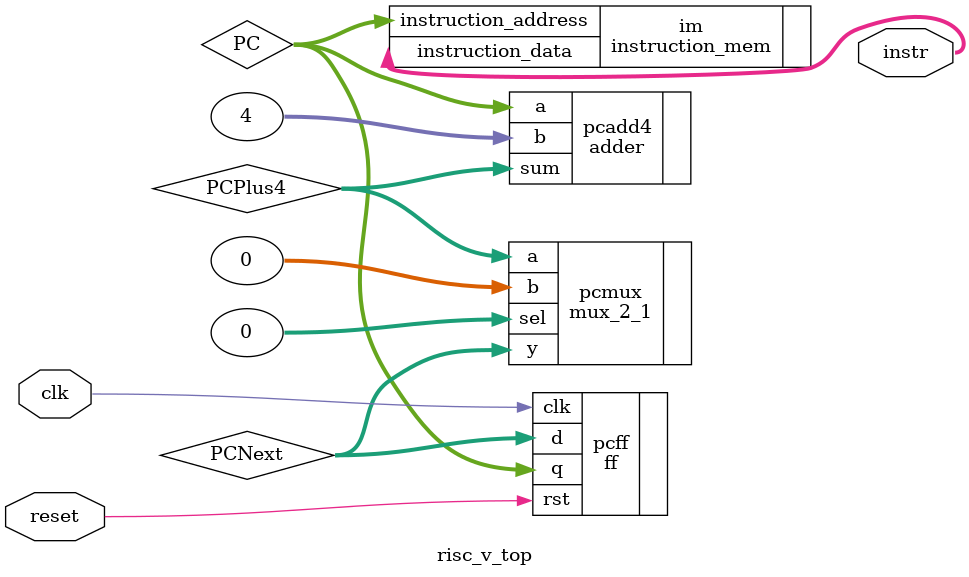
<source format=v>
module risc_v_top (
    input clk,reset,
    output [31:0] instr
);
wire PCSrc;
wire [31:0] PC,PCTarget,PCNext,PCPlus4;
//PC
mux_2_1 pcmux(.a(PCPlus4),.b(0),.sel(0),.y(PCNext));
ff pcff(.clk(clk),.rst(reset),.d(PCNext),.q(PC));
adder pcadd4(.a(PC),.b(32'd4),.sum(PCPlus4));
instruction_mem im(.instruction_address(PC),.instruction_data(instr));
endmodule
</source>
